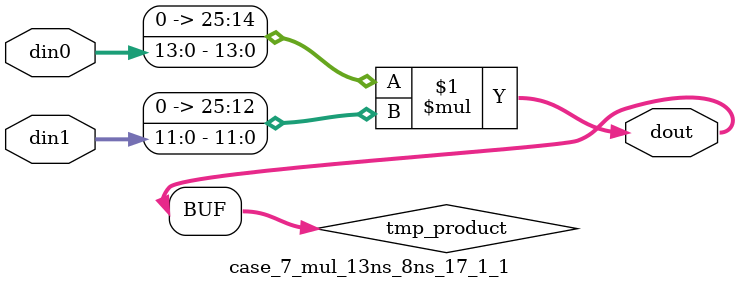
<source format=v>

`timescale 1 ns / 1 ps

 (* use_dsp = "no" *)  module case_7_mul_13ns_8ns_17_1_1(din0, din1, dout);
parameter ID = 1;
parameter NUM_STAGE = 0;
parameter din0_WIDTH = 14;
parameter din1_WIDTH = 12;
parameter dout_WIDTH = 26;

input [din0_WIDTH - 1 : 0] din0; 
input [din1_WIDTH - 1 : 0] din1; 
output [dout_WIDTH - 1 : 0] dout;

wire signed [dout_WIDTH - 1 : 0] tmp_product;
























assign tmp_product = $signed({1'b0, din0}) * $signed({1'b0, din1});











assign dout = tmp_product;





















endmodule

</source>
